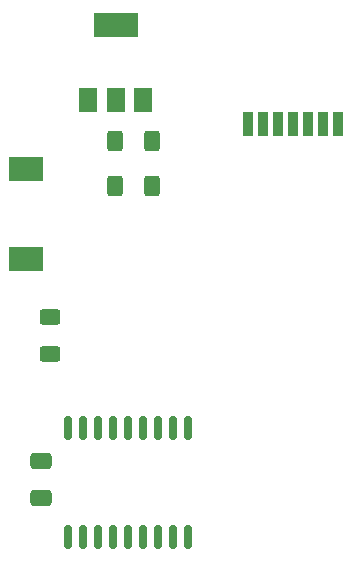
<source format=gbr>
%TF.GenerationSoftware,KiCad,Pcbnew,7.0.8*%
%TF.CreationDate,2024-01-15T19:45:52-06:00*%
%TF.ProjectId,remote,72656d6f-7465-42e6-9b69-6361645f7063,rev?*%
%TF.SameCoordinates,Original*%
%TF.FileFunction,Paste,Bot*%
%TF.FilePolarity,Positive*%
%FSLAX46Y46*%
G04 Gerber Fmt 4.6, Leading zero omitted, Abs format (unit mm)*
G04 Created by KiCad (PCBNEW 7.0.8) date 2024-01-15 19:45:52*
%MOMM*%
%LPD*%
G01*
G04 APERTURE LIST*
G04 Aperture macros list*
%AMRoundRect*
0 Rectangle with rounded corners*
0 $1 Rounding radius*
0 $2 $3 $4 $5 $6 $7 $8 $9 X,Y pos of 4 corners*
0 Add a 4 corners polygon primitive as box body*
4,1,4,$2,$3,$4,$5,$6,$7,$8,$9,$2,$3,0*
0 Add four circle primitives for the rounded corners*
1,1,$1+$1,$2,$3*
1,1,$1+$1,$4,$5*
1,1,$1+$1,$6,$7*
1,1,$1+$1,$8,$9*
0 Add four rect primitives between the rounded corners*
20,1,$1+$1,$2,$3,$4,$5,0*
20,1,$1+$1,$4,$5,$6,$7,0*
20,1,$1+$1,$6,$7,$8,$9,0*
20,1,$1+$1,$8,$9,$2,$3,0*%
G04 Aperture macros list end*
%ADD10R,1.500000X2.000000*%
%ADD11R,3.800000X2.000000*%
%ADD12RoundRect,0.250000X-0.625000X0.400000X-0.625000X-0.400000X0.625000X-0.400000X0.625000X0.400000X0*%
%ADD13RoundRect,0.250000X-0.650000X0.412500X-0.650000X-0.412500X0.650000X-0.412500X0.650000X0.412500X0*%
%ADD14R,3.000000X2.000000*%
%ADD15RoundRect,0.250000X-0.400000X-0.625000X0.400000X-0.625000X0.400000X0.625000X-0.400000X0.625000X0*%
%ADD16R,0.900000X2.000000*%
%ADD17RoundRect,0.150000X-0.150000X0.875000X-0.150000X-0.875000X0.150000X-0.875000X0.150000X0.875000X0*%
G04 APERTURE END LIST*
D10*
%TO.C,U1*%
X112790000Y-44298000D03*
X110490000Y-44298000D03*
D11*
X110490000Y-37998000D03*
D10*
X108190000Y-44298000D03*
%TD*%
D12*
%TO.C,R3*%
X104902000Y-62712000D03*
X104902000Y-65812000D03*
%TD*%
D13*
%TO.C,C1*%
X104140000Y-74891500D03*
X104140000Y-78016500D03*
%TD*%
D14*
%TO.C,BZ1*%
X102906300Y-50190550D03*
X102918900Y-57774550D03*
%TD*%
D15*
%TO.C,R2*%
X110464000Y-51562000D03*
X113564000Y-51562000D03*
%TD*%
%TO.C,R1*%
X110464000Y-47752000D03*
X113564000Y-47752000D03*
%TD*%
D16*
%TO.C,J1*%
X121658000Y-46382000D03*
X122928000Y-46382000D03*
X124198000Y-46382000D03*
X125468000Y-46382000D03*
X126738000Y-46382000D03*
X128008000Y-46382000D03*
X129278000Y-46382000D03*
%TD*%
D17*
%TO.C,U2*%
X106426000Y-81358000D03*
X107696000Y-81358000D03*
X108966000Y-81358000D03*
X110236000Y-81358000D03*
X111506000Y-81358000D03*
X112776000Y-81358000D03*
X114046000Y-81358000D03*
X115316000Y-81358000D03*
X116586000Y-81358000D03*
X116586000Y-72058000D03*
X115316000Y-72058000D03*
X114046000Y-72058000D03*
X112776000Y-72058000D03*
X111506000Y-72058000D03*
X110236000Y-72058000D03*
X108966000Y-72058000D03*
X107696000Y-72058000D03*
X106426000Y-72058000D03*
%TD*%
M02*

</source>
